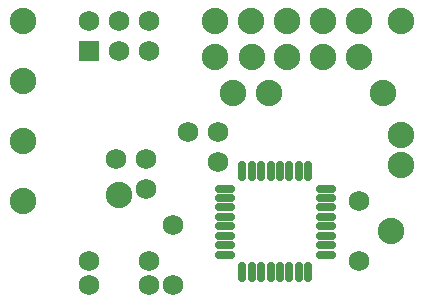
<source format=gts>
G04*
G04 #@! TF.GenerationSoftware,Altium Limited,Altium Designer,18.1.9 (240)*
G04*
G04 Layer_Color=8388736*
%FSLAX25Y25*%
%MOIN*%
G70*
G01*
G75*
%ADD15O,0.02965X0.06706*%
%ADD16O,0.06706X0.02965*%
%ADD17C,0.08800*%
%ADD18C,0.06800*%
%ADD19R,0.06800X0.06800*%
D15*
X82976Y47732D02*
D03*
X86126D02*
D03*
X89276D02*
D03*
X92425D02*
D03*
X95575D02*
D03*
X98724D02*
D03*
X101874D02*
D03*
X105024D02*
D03*
Y14268D02*
D03*
X101874D02*
D03*
X98724D02*
D03*
X95575D02*
D03*
X92425D02*
D03*
X89276D02*
D03*
X86126D02*
D03*
X82976D02*
D03*
D16*
X110732Y42024D02*
D03*
Y38874D02*
D03*
Y35724D02*
D03*
Y32575D02*
D03*
Y29425D02*
D03*
Y26276D02*
D03*
Y23126D02*
D03*
Y19976D02*
D03*
X77268D02*
D03*
Y23126D02*
D03*
Y26276D02*
D03*
Y29425D02*
D03*
Y32575D02*
D03*
Y35724D02*
D03*
Y38874D02*
D03*
Y42024D02*
D03*
D17*
X110000Y98000D02*
D03*
X122000D02*
D03*
Y86000D02*
D03*
X110000D02*
D03*
X98000D02*
D03*
X86126D02*
D03*
X74000D02*
D03*
Y98000D02*
D03*
X86000D02*
D03*
X98000D02*
D03*
X10000Y58000D02*
D03*
X136000Y60000D02*
D03*
Y50000D02*
D03*
X10000Y38000D02*
D03*
X42000Y40000D02*
D03*
X132522Y28000D02*
D03*
X80000Y74000D02*
D03*
X92000D02*
D03*
X130000D02*
D03*
X10000Y98000D02*
D03*
Y78000D02*
D03*
X136000Y98000D02*
D03*
D18*
X122000Y18000D02*
D03*
Y38000D02*
D03*
X52000Y18000D02*
D03*
X32000D02*
D03*
X52000Y10000D02*
D03*
X32000D02*
D03*
X60000D02*
D03*
Y30000D02*
D03*
X52000Y98000D02*
D03*
Y88000D02*
D03*
X42000Y98000D02*
D03*
Y88000D02*
D03*
X32000Y98000D02*
D03*
X41000Y52000D02*
D03*
X51000D02*
D03*
X75000Y61000D02*
D03*
X65000D02*
D03*
X75000Y51000D02*
D03*
X51000Y42000D02*
D03*
D19*
X32000Y88000D02*
D03*
M02*

</source>
